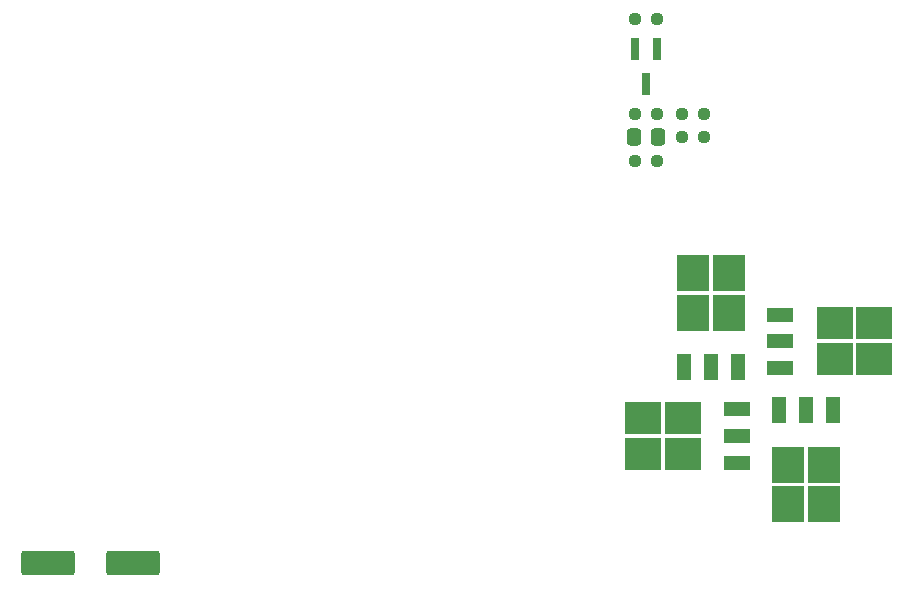
<source format=gbr>
%TF.GenerationSoftware,KiCad,Pcbnew,(6.0.11)*%
%TF.CreationDate,2023-09-13T23:25:57+09:00*%
%TF.ProjectId,Power,506f7765-722e-46b6-9963-61645f706362,rev?*%
%TF.SameCoordinates,Original*%
%TF.FileFunction,Paste,Top*%
%TF.FilePolarity,Positive*%
%FSLAX46Y46*%
G04 Gerber Fmt 4.6, Leading zero omitted, Abs format (unit mm)*
G04 Created by KiCad (PCBNEW (6.0.11)) date 2023-09-13 23:25:57*
%MOMM*%
%LPD*%
G01*
G04 APERTURE LIST*
G04 Aperture macros list*
%AMRoundRect*
0 Rectangle with rounded corners*
0 $1 Rounding radius*
0 $2 $3 $4 $5 $6 $7 $8 $9 X,Y pos of 4 corners*
0 Add a 4 corners polygon primitive as box body*
4,1,4,$2,$3,$4,$5,$6,$7,$8,$9,$2,$3,0*
0 Add four circle primitives for the rounded corners*
1,1,$1+$1,$2,$3*
1,1,$1+$1,$4,$5*
1,1,$1+$1,$6,$7*
1,1,$1+$1,$8,$9*
0 Add four rect primitives between the rounded corners*
20,1,$1+$1,$2,$3,$4,$5,0*
20,1,$1+$1,$4,$5,$6,$7,0*
20,1,$1+$1,$6,$7,$8,$9,0*
20,1,$1+$1,$8,$9,$2,$3,0*%
G04 Aperture macros list end*
%ADD10R,3.050000X2.750000*%
%ADD11R,2.200000X1.200000*%
%ADD12RoundRect,0.250001X1.999999X0.799999X-1.999999X0.799999X-1.999999X-0.799999X1.999999X-0.799999X0*%
%ADD13R,0.800000X1.900000*%
%ADD14R,2.750000X3.050000*%
%ADD15R,1.200000X2.200000*%
%ADD16RoundRect,0.237500X-0.250000X-0.237500X0.250000X-0.237500X0.250000X0.237500X-0.250000X0.237500X0*%
%ADD17RoundRect,0.237500X0.250000X0.237500X-0.250000X0.237500X-0.250000X-0.237500X0.250000X-0.237500X0*%
%ADD18RoundRect,0.250000X-0.337500X-0.475000X0.337500X-0.475000X0.337500X0.475000X-0.337500X0.475000X0*%
G04 APERTURE END LIST*
D10*
%TO.C,Q2*%
X160175000Y-98275995D03*
X156825000Y-98275995D03*
X156825000Y-95225995D03*
X160175000Y-95225995D03*
D11*
X164800000Y-99030995D03*
X164800000Y-96750995D03*
X164800000Y-94470995D03*
%TD*%
D10*
%TO.C,Q4*%
X176375000Y-90275995D03*
X176375000Y-87225995D03*
X173025000Y-87225995D03*
X173025000Y-90275995D03*
D11*
X168400000Y-86470995D03*
X168400000Y-88750995D03*
X168400000Y-91030995D03*
%TD*%
D12*
%TO.C,C2*%
X113660000Y-107470000D03*
X106460000Y-107470000D03*
%TD*%
D13*
%TO.C,Q5*%
X158010000Y-63970000D03*
X156110000Y-63970000D03*
X157060000Y-66970000D03*
%TD*%
D14*
%TO.C,Q1*%
X161075000Y-86325995D03*
X161075000Y-82975995D03*
X164125000Y-82975995D03*
X164125000Y-86325995D03*
D15*
X160320000Y-90950995D03*
X162600000Y-90950995D03*
X164880000Y-90950995D03*
%TD*%
D14*
%TO.C,Q3*%
X169075000Y-102525995D03*
X172125000Y-99175995D03*
X169075000Y-99175995D03*
X172125000Y-102525995D03*
D15*
X172880000Y-94550995D03*
X170600000Y-94550995D03*
X168320000Y-94550995D03*
%TD*%
D16*
%TO.C,R2*%
X156147500Y-73470000D03*
X157972500Y-73470000D03*
%TD*%
D17*
%TO.C,R3*%
X161972500Y-71470000D03*
X160147500Y-71470000D03*
%TD*%
D16*
%TO.C,R4*%
X160147500Y-69470000D03*
X161972500Y-69470000D03*
%TD*%
D18*
%TO.C,C1*%
X156022500Y-71470000D03*
X158097500Y-71470000D03*
%TD*%
D17*
%TO.C,R6*%
X157972500Y-61470000D03*
X156147500Y-61470000D03*
%TD*%
D16*
%TO.C,R5*%
X156147500Y-69470000D03*
X157972500Y-69470000D03*
%TD*%
M02*

</source>
